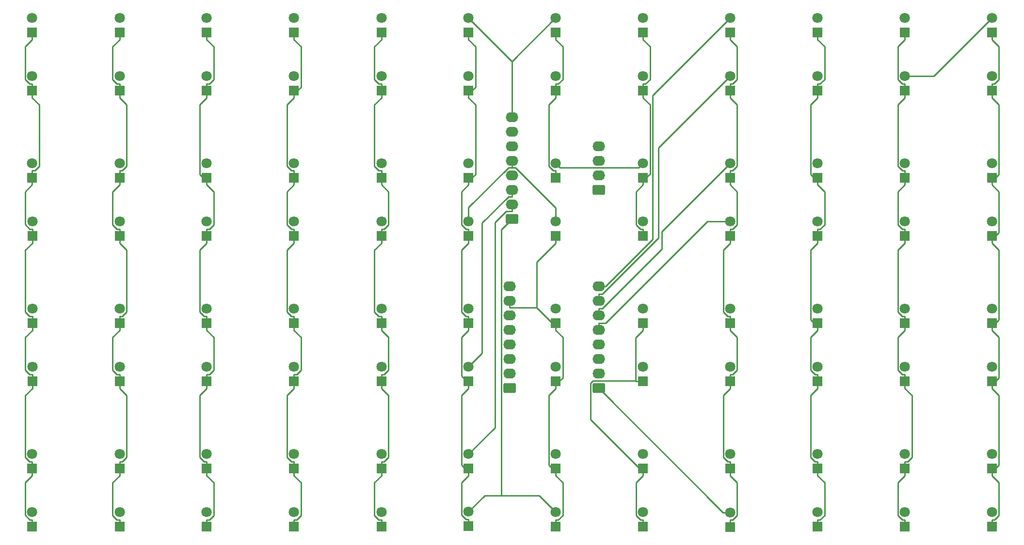
<source format=gbr>
%TF.GenerationSoftware,KiCad,Pcbnew,(6.0.7-1)-1*%
%TF.CreationDate,2023-11-06T04:03:54+10:00*%
%TF.ProjectId,Caution Panel,43617574-696f-46e2-9050-616e656c2e6b,rev?*%
%TF.SameCoordinates,Original*%
%TF.FileFunction,Copper,L2,Bot*%
%TF.FilePolarity,Positive*%
%FSLAX46Y46*%
G04 Gerber Fmt 4.6, Leading zero omitted, Abs format (unit mm)*
G04 Created by KiCad (PCBNEW (6.0.7-1)-1) date 2023-11-06 04:03:54*
%MOMM*%
%LPD*%
G01*
G04 APERTURE LIST*
G04 Aperture macros list*
%AMRoundRect*
0 Rectangle with rounded corners*
0 $1 Rounding radius*
0 $2 $3 $4 $5 $6 $7 $8 $9 X,Y pos of 4 corners*
0 Add a 4 corners polygon primitive as box body*
4,1,4,$2,$3,$4,$5,$6,$7,$8,$9,$2,$3,0*
0 Add four circle primitives for the rounded corners*
1,1,$1+$1,$2,$3*
1,1,$1+$1,$4,$5*
1,1,$1+$1,$6,$7*
1,1,$1+$1,$8,$9*
0 Add four rect primitives between the rounded corners*
20,1,$1+$1,$2,$3,$4,$5,0*
20,1,$1+$1,$4,$5,$6,$7,0*
20,1,$1+$1,$6,$7,$8,$9,0*
20,1,$1+$1,$8,$9,$2,$3,0*%
G04 Aperture macros list end*
%TA.AperFunction,ComponentPad*%
%ADD10R,1.800000X1.800000*%
%TD*%
%TA.AperFunction,ComponentPad*%
%ADD11C,1.800000*%
%TD*%
%TA.AperFunction,ComponentPad*%
%ADD12RoundRect,0.250000X0.845000X-0.620000X0.845000X0.620000X-0.845000X0.620000X-0.845000X-0.620000X0*%
%TD*%
%TA.AperFunction,ComponentPad*%
%ADD13O,2.190000X1.740000*%
%TD*%
%TA.AperFunction,Conductor*%
%ADD14C,0.250000*%
%TD*%
G04 APERTURE END LIST*
D10*
%TO.P,D92,1,K*%
%TO.N,/DIG_B3*%
X245000000Y-97893600D03*
D11*
%TO.P,D92,2,A*%
%TO.N,/SEG_D1*%
X245000000Y-95353600D03*
%TD*%
D10*
%TO.P,D77,1,K*%
%TO.N,/DIG_B1*%
X214524800Y-82650500D03*
D11*
%TO.P,D77,2,A*%
%TO.N,/SEG_E1*%
X214524800Y-80110500D03*
%TD*%
D10*
%TO.P,D39,1,K*%
%TO.N,/DIG_A4*%
X138367300Y-57259300D03*
D11*
%TO.P,D39,2,A*%
%TO.N,/SEG_G0*%
X138367300Y-54719300D03*
%TD*%
D10*
%TO.P,D62,1,K*%
%TO.N,/DIG_A7*%
X184044600Y-72475700D03*
D11*
%TO.P,D62,2,A*%
%TO.N,/SEG_F0*%
X184044600Y-69935700D03*
%TD*%
D10*
%TO.P,D63,1,K*%
%TO.N,/DIG_A7*%
X184044600Y-57259300D03*
D11*
%TO.P,D63,2,A*%
%TO.N,/SEG_G0*%
X184044600Y-54719300D03*
%TD*%
D10*
%TO.P,D96,1,K*%
%TO.N,/DIG_B3*%
X245000000Y-57259300D03*
D11*
%TO.P,D96,2,A*%
%TO.N,/SEG_DP1*%
X245000000Y-54719300D03*
%TD*%
D10*
%TO.P,D91,1,K*%
%TO.N,/DIG_B3*%
X245000000Y-108055000D03*
D11*
%TO.P,D91,2,A*%
%TO.N,/SEG_C1*%
X245000000Y-105515000D03*
%TD*%
D10*
%TO.P,D55,1,K*%
%TO.N,/DIG_A6*%
X168805900Y-57259300D03*
D11*
%TO.P,D55,2,A*%
%TO.N,/SEG_G0*%
X168805900Y-54719300D03*
%TD*%
D10*
%TO.P,D60,1,K*%
%TO.N,/DIG_A7*%
X184044600Y-97893600D03*
D11*
%TO.P,D60,2,A*%
%TO.N,/SEG_D0*%
X184044600Y-95353600D03*
%TD*%
D10*
%TO.P,D69,1,K*%
%TO.N,/DIG_B0*%
X199281400Y-82650500D03*
D11*
%TO.P,D69,2,A*%
%TO.N,/SEG_E1*%
X199281400Y-80110500D03*
%TD*%
D10*
%TO.P,D73,1,K*%
%TO.N,/DIG_B1*%
X214524800Y-133465000D03*
D11*
%TO.P,D73,2,A*%
%TO.N,/SEG_A1*%
X214524800Y-130925000D03*
%TD*%
D10*
%TO.P,D38,1,K*%
%TO.N,/DIG_A4*%
X138367300Y-72475700D03*
D11*
%TO.P,D38,2,A*%
%TO.N,/SEG_F0*%
X138367300Y-69935700D03*
%TD*%
D10*
%TO.P,D23,1,K*%
%TO.N,/DIG_A2*%
X107871400Y-57259300D03*
D11*
%TO.P,D23,2,A*%
%TO.N,/SEG_G0*%
X107871400Y-54719300D03*
%TD*%
D10*
%TO.P,D20,1,K*%
%TO.N,/DIG_A2*%
X107871400Y-97893600D03*
D11*
%TO.P,D20,2,A*%
%TO.N,/SEG_D0*%
X107871400Y-95353600D03*
%TD*%
D10*
%TO.P,D8,1,K*%
%TO.N,/DIG_A0*%
X77400300Y-47101300D03*
D11*
%TO.P,D8,2,A*%
%TO.N,/SEG_DP0*%
X77400300Y-44561300D03*
%TD*%
D10*
%TO.P,D15,1,K*%
%TO.N,/DIG_A1*%
X92647100Y-57259300D03*
D11*
%TO.P,D15,2,A*%
%TO.N,/SEG_G0*%
X92647100Y-54719300D03*
%TD*%
D10*
%TO.P,D6,1,K*%
%TO.N,/DIG_A0*%
X77390100Y-72475700D03*
D11*
%TO.P,D6,2,A*%
%TO.N,/SEG_F0*%
X77390100Y-69935700D03*
%TD*%
D10*
%TO.P,D34,1,K*%
%TO.N,/DIG_A4*%
X138367300Y-123289800D03*
D11*
%TO.P,D34,2,A*%
%TO.N,/SEG_B0*%
X138367300Y-120749800D03*
%TD*%
D10*
%TO.P,D59,1,K*%
%TO.N,/DIG_A7*%
X184044600Y-108055000D03*
D11*
%TO.P,D59,2,A*%
%TO.N,/SEG_C0*%
X184044600Y-105515000D03*
%TD*%
D10*
%TO.P,D17,1,K*%
%TO.N,/DIG_A2*%
X107871400Y-133479700D03*
D11*
%TO.P,D17,2,A*%
%TO.N,/SEG_A0*%
X107871400Y-130939700D03*
%TD*%
D10*
%TO.P,D3,1,K*%
%TO.N,/DIG_A0*%
X77413300Y-108055000D03*
D11*
%TO.P,D3,2,A*%
%TO.N,/SEG_C0*%
X77413300Y-105515000D03*
%TD*%
D10*
%TO.P,D11,1,K*%
%TO.N,/DIG_A1*%
X92647100Y-108055000D03*
D11*
%TO.P,D11,2,A*%
%TO.N,/SEG_C0*%
X92647100Y-105515000D03*
%TD*%
D10*
%TO.P,D2,1,K*%
%TO.N,/DIG_A0*%
X77391600Y-123289800D03*
D11*
%TO.P,D2,2,A*%
%TO.N,/SEG_B0*%
X77391600Y-120749800D03*
%TD*%
D10*
%TO.P,D47,1,K*%
%TO.N,/DIG_A5*%
X153596400Y-57259300D03*
D11*
%TO.P,D47,2,A*%
%TO.N,/SEG_G0*%
X153596400Y-54719300D03*
%TD*%
D10*
%TO.P,D58,1,K*%
%TO.N,/DIG_A7*%
X184044600Y-123289800D03*
D11*
%TO.P,D58,2,A*%
%TO.N,/SEG_B0*%
X184044600Y-120749800D03*
%TD*%
D10*
%TO.P,D89,1,K*%
%TO.N,/DIG_B3*%
X245000000Y-133462100D03*
D11*
%TO.P,D89,2,A*%
%TO.N,/SEG_A1*%
X245000000Y-130922100D03*
%TD*%
D10*
%TO.P,D32,1,K*%
%TO.N,/DIG_A3*%
X123100500Y-47101300D03*
D11*
%TO.P,D32,2,A*%
%TO.N,/SEG_DP0*%
X123100500Y-44561300D03*
%TD*%
D10*
%TO.P,D33,1,K*%
%TO.N,/DIG_A4*%
X138367300Y-133456200D03*
D11*
%TO.P,D33,2,A*%
%TO.N,/SEG_A0*%
X138367300Y-130916200D03*
%TD*%
D10*
%TO.P,D48,1,K*%
%TO.N,/DIG_A5*%
X153596400Y-47101300D03*
D11*
%TO.P,D48,2,A*%
%TO.N,/SEG_DP0*%
X153596400Y-44561300D03*
%TD*%
D10*
%TO.P,D46,1,K*%
%TO.N,/DIG_A5*%
X153596400Y-72475700D03*
D11*
%TO.P,D46,2,A*%
%TO.N,/SEG_F0*%
X153596400Y-69935700D03*
%TD*%
D10*
%TO.P,D82,1,K*%
%TO.N,/DIG_B2*%
X229779700Y-123289800D03*
D11*
%TO.P,D82,2,A*%
%TO.N,/SEG_B1*%
X229779700Y-120749800D03*
%TD*%
D10*
%TO.P,D95,1,K*%
%TO.N,/DIG_B3*%
X245000000Y-47101300D03*
D11*
%TO.P,D95,2,A*%
%TO.N,/SEG_G1*%
X245000000Y-44561300D03*
%TD*%
D10*
%TO.P,D13,1,K*%
%TO.N,/DIG_A1*%
X92647100Y-82650500D03*
D11*
%TO.P,D13,2,A*%
%TO.N,/SEG_E0*%
X92647100Y-80110500D03*
%TD*%
D10*
%TO.P,D19,1,K*%
%TO.N,/DIG_A2*%
X107871400Y-108055000D03*
D11*
%TO.P,D19,2,A*%
%TO.N,/SEG_C0*%
X107871400Y-105515000D03*
%TD*%
D10*
%TO.P,D67,1,K*%
%TO.N,/DIG_B0*%
X199281400Y-108055000D03*
D11*
%TO.P,D67,2,A*%
%TO.N,/SEG_C1*%
X199281400Y-105515000D03*
%TD*%
D10*
%TO.P,D78,1,K*%
%TO.N,/DIG_B1*%
X214524800Y-72475700D03*
D11*
%TO.P,D78,2,A*%
%TO.N,/SEG_F1*%
X214524800Y-69935700D03*
%TD*%
D10*
%TO.P,D44,1,K*%
%TO.N,/DIG_A5*%
X153596400Y-97893600D03*
D11*
%TO.P,D44,2,A*%
%TO.N,/SEG_D0*%
X153596400Y-95353600D03*
%TD*%
D10*
%TO.P,D94,1,K*%
%TO.N,/DIG_B3*%
X245000000Y-72475700D03*
D11*
%TO.P,D94,2,A*%
%TO.N,/SEG_F1*%
X245000000Y-69935700D03*
%TD*%
D10*
%TO.P,D80,1,K*%
%TO.N,/DIG_B1*%
X214524800Y-47101300D03*
D11*
%TO.P,D80,2,A*%
%TO.N,/SEG_DP1*%
X214524800Y-44561300D03*
%TD*%
D10*
%TO.P,D86,1,K*%
%TO.N,/DIG_B2*%
X229779700Y-72475700D03*
D11*
%TO.P,D86,2,A*%
%TO.N,/SEG_F1*%
X229779700Y-69935700D03*
%TD*%
D10*
%TO.P,D12,1,K*%
%TO.N,/DIG_A1*%
X92647100Y-97893600D03*
D11*
%TO.P,D12,2,A*%
%TO.N,/SEG_D0*%
X92647100Y-95353600D03*
%TD*%
D10*
%TO.P,D37,1,K*%
%TO.N,/DIG_A4*%
X138367300Y-82650500D03*
D11*
%TO.P,D37,2,A*%
%TO.N,/SEG_E0*%
X138367300Y-80110500D03*
%TD*%
D10*
%TO.P,D75,1,K*%
%TO.N,/DIG_B1*%
X214524800Y-108055000D03*
D11*
%TO.P,D75,2,A*%
%TO.N,/SEG_C1*%
X214524800Y-105515000D03*
%TD*%
D10*
%TO.P,D21,1,K*%
%TO.N,/DIG_A2*%
X107871400Y-82650500D03*
D11*
%TO.P,D21,2,A*%
%TO.N,/SEG_E0*%
X107871400Y-80110500D03*
%TD*%
D10*
%TO.P,D93,1,K*%
%TO.N,/DIG_B3*%
X245000000Y-82650500D03*
D11*
%TO.P,D93,2,A*%
%TO.N,/SEG_E1*%
X245000000Y-80110500D03*
%TD*%
D10*
%TO.P,D18,1,K*%
%TO.N,/DIG_A2*%
X107871400Y-123289800D03*
D11*
%TO.P,D18,2,A*%
%TO.N,/SEG_B0*%
X107871400Y-120749800D03*
%TD*%
D10*
%TO.P,D45,1,K*%
%TO.N,/DIG_A5*%
X153596400Y-82650500D03*
D11*
%TO.P,D45,2,A*%
%TO.N,/SEG_E0*%
X153596400Y-80110500D03*
%TD*%
D10*
%TO.P,D42,1,K*%
%TO.N,/DIG_A5*%
X153596400Y-123289800D03*
D11*
%TO.P,D42,2,A*%
%TO.N,/SEG_B0*%
X153596400Y-120749800D03*
%TD*%
D10*
%TO.P,D57,1,K*%
%TO.N,/DIG_A7*%
X184044600Y-133459400D03*
D11*
%TO.P,D57,2,A*%
%TO.N,/SEG_A0*%
X184044600Y-130919400D03*
%TD*%
D10*
%TO.P,D22,1,K*%
%TO.N,/DIG_A2*%
X107871400Y-72475700D03*
D11*
%TO.P,D22,2,A*%
%TO.N,/SEG_F0*%
X107871400Y-69935700D03*
%TD*%
D10*
%TO.P,D43,1,K*%
%TO.N,/DIG_A5*%
X153596400Y-108055000D03*
D11*
%TO.P,D43,2,A*%
%TO.N,/SEG_C0*%
X153596400Y-105515000D03*
%TD*%
D10*
%TO.P,D27,1,K*%
%TO.N,/DIG_A3*%
X123100500Y-108055000D03*
D11*
%TO.P,D27,2,A*%
%TO.N,/SEG_C0*%
X123100500Y-105515000D03*
%TD*%
D10*
%TO.P,D83,1,K*%
%TO.N,/DIG_B2*%
X229779700Y-108055000D03*
D11*
%TO.P,D83,2,A*%
%TO.N,/SEG_C1*%
X229779700Y-105515000D03*
%TD*%
D10*
%TO.P,D28,1,K*%
%TO.N,/DIG_A3*%
X123100500Y-97893600D03*
D11*
%TO.P,D28,2,A*%
%TO.N,/SEG_D0*%
X123100500Y-95353600D03*
%TD*%
D10*
%TO.P,D10,1,K*%
%TO.N,/DIG_A1*%
X92647100Y-123289800D03*
D11*
%TO.P,D10,2,A*%
%TO.N,/SEG_B0*%
X92647100Y-120749800D03*
%TD*%
D10*
%TO.P,D5,1,K*%
%TO.N,/DIG_A0*%
X77409700Y-82650500D03*
D11*
%TO.P,D5,2,A*%
%TO.N,/SEG_E0*%
X77409700Y-80110500D03*
%TD*%
D10*
%TO.P,D79,1,K*%
%TO.N,/DIG_B1*%
X214524800Y-57259300D03*
D11*
%TO.P,D79,2,A*%
%TO.N,/SEG_G1*%
X214524800Y-54719300D03*
%TD*%
D10*
%TO.P,D56,1,K*%
%TO.N,/DIG_A6*%
X168805900Y-47101300D03*
D11*
%TO.P,D56,2,A*%
%TO.N,/SEG_DP0*%
X168805900Y-44561300D03*
%TD*%
D10*
%TO.P,D40,1,K*%
%TO.N,/DIG_A4*%
X138367300Y-47101300D03*
D11*
%TO.P,D40,2,A*%
%TO.N,/SEG_DP0*%
X138367300Y-44561300D03*
%TD*%
D10*
%TO.P,D36,1,K*%
%TO.N,/DIG_A4*%
X138367300Y-97893600D03*
D11*
%TO.P,D36,2,A*%
%TO.N,/SEG_D0*%
X138367300Y-95353600D03*
%TD*%
D10*
%TO.P,D25,1,K*%
%TO.N,/DIG_A3*%
X123100500Y-133466700D03*
D11*
%TO.P,D25,2,A*%
%TO.N,/SEG_A0*%
X123100500Y-130926700D03*
%TD*%
D10*
%TO.P,D87,1,K*%
%TO.N,/DIG_B2*%
X229779700Y-57259300D03*
D11*
%TO.P,D87,2,A*%
%TO.N,/SEG_G1*%
X229779700Y-54719300D03*
%TD*%
D10*
%TO.P,D53,1,K*%
%TO.N,/DIG_A6*%
X168805900Y-82650500D03*
D11*
%TO.P,D53,2,A*%
%TO.N,/SEG_E0*%
X168805900Y-80110500D03*
%TD*%
D10*
%TO.P,D49,1,K*%
%TO.N,/DIG_A6*%
X168805900Y-133450900D03*
D11*
%TO.P,D49,2,A*%
%TO.N,/SEG_A0*%
X168805900Y-130910900D03*
%TD*%
D10*
%TO.P,D14,1,K*%
%TO.N,/DIG_A1*%
X92647100Y-72475700D03*
D11*
%TO.P,D14,2,A*%
%TO.N,/SEG_F0*%
X92647100Y-69935700D03*
%TD*%
D10*
%TO.P,D9,1,K*%
%TO.N,/DIG_A1*%
X92647100Y-133482200D03*
D11*
%TO.P,D9,2,A*%
%TO.N,/SEG_A0*%
X92647100Y-130942200D03*
%TD*%
D10*
%TO.P,D52,1,K*%
%TO.N,/DIG_A6*%
X168805900Y-97893600D03*
D11*
%TO.P,D52,2,A*%
%TO.N,/SEG_D0*%
X168805900Y-95353600D03*
%TD*%
D10*
%TO.P,D4,1,K*%
%TO.N,/DIG_A0*%
X77406300Y-97893600D03*
D11*
%TO.P,D4,2,A*%
%TO.N,/SEG_D0*%
X77406300Y-95353600D03*
%TD*%
D10*
%TO.P,D66,1,K*%
%TO.N,/DIG_B0*%
X199281400Y-123289800D03*
D11*
%TO.P,D66,2,A*%
%TO.N,/SEG_B1*%
X199281400Y-120749800D03*
%TD*%
D10*
%TO.P,D85,1,K*%
%TO.N,/DIG_B2*%
X229779700Y-82650500D03*
D11*
%TO.P,D85,2,A*%
%TO.N,/SEG_E1*%
X229779700Y-80110500D03*
%TD*%
D10*
%TO.P,D26,1,K*%
%TO.N,/DIG_A3*%
X123100500Y-123289800D03*
D11*
%TO.P,D26,2,A*%
%TO.N,/SEG_B0*%
X123100500Y-120749800D03*
%TD*%
D10*
%TO.P,D81,1,K*%
%TO.N,/DIG_B2*%
X229779700Y-133470000D03*
D11*
%TO.P,D81,2,A*%
%TO.N,/SEG_A1*%
X229779700Y-130930000D03*
%TD*%
D10*
%TO.P,D30,1,K*%
%TO.N,/DIG_A3*%
X123100500Y-72475700D03*
D11*
%TO.P,D30,2,A*%
%TO.N,/SEG_F0*%
X123100500Y-69935700D03*
%TD*%
D10*
%TO.P,D7,1,K*%
%TO.N,/DIG_A0*%
X77394900Y-57259300D03*
D11*
%TO.P,D7,2,A*%
%TO.N,/SEG_G0*%
X77394900Y-54719300D03*
%TD*%
D10*
%TO.P,D16,1,K*%
%TO.N,/DIG_A1*%
X92647100Y-47101300D03*
D11*
%TO.P,D16,2,A*%
%TO.N,/SEG_DP0*%
X92647100Y-44561300D03*
%TD*%
D10*
%TO.P,D29,1,K*%
%TO.N,/DIG_A3*%
X123100500Y-82650500D03*
D11*
%TO.P,D29,2,A*%
%TO.N,/SEG_E0*%
X123100500Y-80110500D03*
%TD*%
D10*
%TO.P,D84,1,K*%
%TO.N,/DIG_B2*%
X229779700Y-97893600D03*
D11*
%TO.P,D84,2,A*%
%TO.N,/SEG_D1*%
X229779700Y-95353600D03*
%TD*%
D10*
%TO.P,D64,1,K*%
%TO.N,/DIG_A7*%
X184044600Y-47101300D03*
D11*
%TO.P,D64,2,A*%
%TO.N,/SEG_DP0*%
X184044600Y-44561300D03*
%TD*%
D10*
%TO.P,D70,1,K*%
%TO.N,/DIG_B0*%
X199281400Y-72475700D03*
D11*
%TO.P,D70,2,A*%
%TO.N,/SEG_F1*%
X199281400Y-69935700D03*
%TD*%
D10*
%TO.P,D54,1,K*%
%TO.N,/DIG_A6*%
X168805900Y-72475700D03*
D11*
%TO.P,D54,2,A*%
%TO.N,/SEG_F0*%
X168805900Y-69935700D03*
%TD*%
D10*
%TO.P,D72,1,K*%
%TO.N,/DIG_B0*%
X199281400Y-47101300D03*
D11*
%TO.P,D72,2,A*%
%TO.N,/SEG_DP1*%
X199281400Y-44561300D03*
%TD*%
D10*
%TO.P,D50,1,K*%
%TO.N,/DIG_A6*%
X168805900Y-123289800D03*
D11*
%TO.P,D50,2,A*%
%TO.N,/SEG_B0*%
X168805900Y-120749800D03*
%TD*%
D10*
%TO.P,D90,1,K*%
%TO.N,/DIG_B3*%
X245000000Y-123289800D03*
D11*
%TO.P,D90,2,A*%
%TO.N,/SEG_B1*%
X245000000Y-120749800D03*
%TD*%
D10*
%TO.P,D41,1,K*%
%TO.N,/DIG_A5*%
X153596400Y-133392400D03*
D11*
%TO.P,D41,2,A*%
%TO.N,/SEG_A0*%
X153596400Y-130852400D03*
%TD*%
D10*
%TO.P,D71,1,K*%
%TO.N,/DIG_B0*%
X199281400Y-57259300D03*
D11*
%TO.P,D71,2,A*%
%TO.N,/SEG_G1*%
X199281400Y-54719300D03*
%TD*%
D10*
%TO.P,D1,1,K*%
%TO.N,/DIG_A0*%
X77397300Y-133446800D03*
D11*
%TO.P,D1,2,A*%
%TO.N,/SEG_A0*%
X77397300Y-130906800D03*
%TD*%
D10*
%TO.P,D76,1,K*%
%TO.N,/DIG_B1*%
X214524800Y-97893600D03*
D11*
%TO.P,D76,2,A*%
%TO.N,/SEG_D1*%
X214524800Y-95353600D03*
%TD*%
D10*
%TO.P,D61,1,K*%
%TO.N,/DIG_A7*%
X184044600Y-82650500D03*
D11*
%TO.P,D61,2,A*%
%TO.N,/SEG_E0*%
X184044600Y-80110500D03*
%TD*%
D10*
%TO.P,D24,1,K*%
%TO.N,/DIG_A2*%
X107871400Y-47101300D03*
D11*
%TO.P,D24,2,A*%
%TO.N,/SEG_DP0*%
X107871400Y-44561300D03*
%TD*%
D10*
%TO.P,D74,1,K*%
%TO.N,/DIG_B1*%
X214524800Y-123289800D03*
D11*
%TO.P,D74,2,A*%
%TO.N,/SEG_B1*%
X214524800Y-120749800D03*
%TD*%
D10*
%TO.P,D88,1,K*%
%TO.N,/DIG_B2*%
X229779700Y-47101300D03*
D11*
%TO.P,D88,2,A*%
%TO.N,/SEG_DP1*%
X229779700Y-44561300D03*
%TD*%
D10*
%TO.P,D68,1,K*%
%TO.N,/DIG_B0*%
X199281400Y-97893600D03*
D11*
%TO.P,D68,2,A*%
%TO.N,/SEG_D1*%
X199281400Y-95353600D03*
%TD*%
D10*
%TO.P,D31,1,K*%
%TO.N,/DIG_A3*%
X123100500Y-57259300D03*
D11*
%TO.P,D31,2,A*%
%TO.N,/SEG_G0*%
X123100500Y-54719300D03*
%TD*%
D10*
%TO.P,D51,1,K*%
%TO.N,/DIG_A6*%
X168805900Y-108055000D03*
D11*
%TO.P,D51,2,A*%
%TO.N,/SEG_C0*%
X168805900Y-105515000D03*
%TD*%
D10*
%TO.P,D35,1,K*%
%TO.N,/DIG_A4*%
X138367300Y-108055000D03*
D11*
%TO.P,D35,2,A*%
%TO.N,/SEG_C0*%
X138367300Y-105515000D03*
%TD*%
D10*
%TO.P,D65,1,K*%
%TO.N,/DIG_B0*%
X199281400Y-133491000D03*
D11*
%TO.P,D65,2,A*%
%TO.N,/SEG_A1*%
X199281400Y-130951000D03*
%TD*%
D12*
%TO.P,J2,1,Pin_1*%
%TO.N,/DIG_A0*%
X160774300Y-109247600D03*
D13*
%TO.P,J2,2,Pin_2*%
%TO.N,/DIG_A1*%
X160774300Y-106707600D03*
%TO.P,J2,3,Pin_3*%
%TO.N,/DIG_A2*%
X160774300Y-104167600D03*
%TO.P,J2,4,Pin_4*%
%TO.N,/DIG_A3*%
X160774300Y-101627600D03*
%TO.P,J2,5,Pin_5*%
%TO.N,/DIG_A4*%
X160774300Y-99087600D03*
%TO.P,J2,6,Pin_6*%
%TO.N,/DIG_A5*%
X160774300Y-96547600D03*
%TO.P,J2,7,Pin_7*%
%TO.N,/DIG_A6*%
X160774300Y-94007600D03*
%TO.P,J2,8,Pin_8*%
%TO.N,/DIG_A7*%
X160774300Y-91467600D03*
%TD*%
D12*
%TO.P,J1,1,Pin_1*%
%TO.N,/SEG_A0*%
X161162500Y-79652600D03*
D13*
%TO.P,J1,2,Pin_2*%
%TO.N,/SEG_B0*%
X161162500Y-77112600D03*
%TO.P,J1,3,Pin_3*%
%TO.N,/SEG_C0*%
X161162500Y-74572600D03*
%TO.P,J1,4,Pin_4*%
%TO.N,/SEG_D0*%
X161162500Y-72032600D03*
%TO.P,J1,5,Pin_5*%
%TO.N,/SEG_E0*%
X161162500Y-69492600D03*
%TO.P,J1,6,Pin_6*%
%TO.N,/SEG_F0*%
X161162500Y-66952600D03*
%TO.P,J1,7,Pin_7*%
%TO.N,/SEG_G0*%
X161162500Y-64412600D03*
%TO.P,J1,8,Pin_8*%
%TO.N,/SEG_DP0*%
X161162500Y-61872600D03*
%TD*%
D12*
%TO.P,J3,1,Pin_1*%
%TO.N,/SEG_A1*%
X176331800Y-109247600D03*
D13*
%TO.P,J3,2,Pin_2*%
%TO.N,/SEG_B1*%
X176331800Y-106707600D03*
%TO.P,J3,3,Pin_3*%
%TO.N,/SEG_C1*%
X176331800Y-104167600D03*
%TO.P,J3,4,Pin_4*%
%TO.N,/SEG_D1*%
X176331800Y-101627600D03*
%TO.P,J3,5,Pin_5*%
%TO.N,/SEG_E1*%
X176331800Y-99087600D03*
%TO.P,J3,6,Pin_6*%
%TO.N,/SEG_F1*%
X176331800Y-96547600D03*
%TO.P,J3,7,Pin_7*%
%TO.N,/SEG_G1*%
X176331800Y-94007600D03*
%TO.P,J3,8,Pin_8*%
%TO.N,/SEG_DP1*%
X176331800Y-91467600D03*
%TD*%
D12*
%TO.P,J4,1,Pin_1*%
%TO.N,/DIG_B0*%
X176351800Y-74572600D03*
D13*
%TO.P,J4,2,Pin_2*%
%TO.N,/DIG_B1*%
X176351800Y-72032600D03*
%TO.P,J4,3,Pin_3*%
%TO.N,/DIG_B2*%
X176351800Y-69492600D03*
%TO.P,J4,4,Pin_4*%
%TO.N,/DIG_B3*%
X176351800Y-66952600D03*
%TD*%
D14*
%TO.N,/DIG_A0*%
X77413300Y-109280300D02*
X76166300Y-110527300D01*
X77390100Y-71250400D02*
X77849600Y-71250400D01*
X77406300Y-96668300D02*
X76946800Y-96668300D01*
X76164800Y-80639800D02*
X76164800Y-74926300D01*
X77394900Y-57259300D02*
X77394900Y-56034000D01*
X77391600Y-123289800D02*
X77391600Y-122064500D01*
X77413300Y-108055000D02*
X77413300Y-109280300D01*
X77397300Y-132221500D02*
X76937800Y-132221500D01*
X76946800Y-96668300D02*
X76176500Y-95898000D01*
X76176500Y-85109000D02*
X77409700Y-83875800D01*
X77413300Y-106829700D02*
X76953800Y-106829700D01*
X77390100Y-73088300D02*
X77390100Y-73701000D01*
X76157800Y-55256400D02*
X76157800Y-49569100D01*
X77394900Y-56034000D02*
X76935400Y-56034000D01*
X77400300Y-47101300D02*
X77400300Y-48326600D01*
X76181000Y-100344200D02*
X77406300Y-99118900D01*
X76181000Y-106056900D02*
X76181000Y-100344200D01*
X76937800Y-132221500D02*
X76166300Y-131450000D01*
X77409700Y-81425200D02*
X76950200Y-81425200D01*
X77409700Y-82650500D02*
X77409700Y-81425200D01*
X77391600Y-123289800D02*
X77391600Y-124515100D01*
X77397300Y-133446800D02*
X77397300Y-132221500D01*
X77390100Y-73088300D02*
X77390100Y-72475700D01*
X78620200Y-59709900D02*
X77394900Y-58484600D01*
X76176500Y-95898000D02*
X76176500Y-85109000D01*
X76157800Y-49569100D02*
X77400300Y-48326600D01*
X77413300Y-107492100D02*
X77413300Y-106829700D01*
X78620200Y-70479800D02*
X78620200Y-59709900D01*
X76953800Y-106829700D02*
X76181000Y-106056900D01*
X77394900Y-57259300D02*
X77394900Y-58484600D01*
X77406300Y-97893600D02*
X77406300Y-99118900D01*
X76935400Y-56034000D02*
X76157800Y-55256400D01*
X76166300Y-110527300D02*
X76166300Y-121298800D01*
X76166300Y-125740400D02*
X77391600Y-124515100D01*
X77409700Y-82650500D02*
X77409700Y-83875800D01*
X76166300Y-121298800D02*
X76932000Y-122064500D01*
X77849600Y-71250400D02*
X78620200Y-70479800D01*
X77390100Y-72475700D02*
X77390100Y-71250400D01*
X76166300Y-131450000D02*
X76166300Y-125740400D01*
X77413300Y-107492100D02*
X77413300Y-108055000D01*
X77406300Y-97893600D02*
X77406300Y-96668300D01*
X76164800Y-74926300D02*
X77390100Y-73701000D01*
X76950200Y-81425200D02*
X76164800Y-80639800D01*
X76932000Y-122064500D02*
X77391600Y-122064500D01*
%TO.N,/SEG_A0*%
X165882100Y-127987100D02*
X168805900Y-130910900D01*
X153596400Y-130852400D02*
X156461700Y-127987100D01*
X156461700Y-127987100D02*
X159295000Y-127987100D01*
X159295000Y-127987100D02*
X159295000Y-81520100D01*
X159295000Y-81520100D02*
X161162500Y-79652600D01*
X159295000Y-127987100D02*
X165882100Y-127987100D01*
%TO.N,/DIG_A2*%
X107871400Y-81425200D02*
X108330900Y-81425200D01*
X107871400Y-97893600D02*
X107871400Y-96668300D01*
X107871400Y-108055000D02*
X107871400Y-106829700D01*
X106646100Y-95902500D02*
X106646100Y-85101100D01*
X107871400Y-123289800D02*
X107871400Y-122064500D01*
X108330900Y-56034000D02*
X109096700Y-55268200D01*
X106646100Y-71863000D02*
X106646100Y-59709900D01*
X107871400Y-47101300D02*
X107871400Y-48326600D01*
X107871400Y-123289800D02*
X107871400Y-124515100D01*
X107871400Y-132254400D02*
X108330900Y-132254400D01*
X108331000Y-106829700D02*
X109096700Y-106064000D01*
X107871400Y-108667600D02*
X107871400Y-108055000D01*
X107871400Y-98506200D02*
X107871400Y-99118900D01*
X109096700Y-100344200D02*
X107871400Y-99118900D01*
X107871400Y-82650500D02*
X107871400Y-81425200D01*
X106646100Y-110505600D02*
X107871400Y-109280300D01*
X106646100Y-59709900D02*
X107871400Y-58484600D01*
X107871400Y-73088300D02*
X106646100Y-71863000D01*
X107871400Y-57259300D02*
X107871400Y-58484600D01*
X109096700Y-55268200D02*
X109096700Y-49551900D01*
X107871400Y-133479700D02*
X107871400Y-132254400D01*
X107871400Y-108667600D02*
X107871400Y-109280300D01*
X107871400Y-73088300D02*
X107871400Y-73701000D01*
X107871400Y-106829700D02*
X108331000Y-106829700D01*
X107871400Y-56034000D02*
X108330900Y-56034000D01*
X106646100Y-85101100D02*
X107871400Y-83875800D01*
X106646100Y-121298700D02*
X106646100Y-110505600D01*
X107871400Y-96668300D02*
X107411900Y-96668300D01*
X109096700Y-49551900D02*
X107871400Y-48326600D01*
X109096700Y-80659400D02*
X109096700Y-74926300D01*
X107871400Y-98506200D02*
X107871400Y-97893600D01*
X109096700Y-125740400D02*
X107871400Y-124515100D01*
X109096700Y-74926300D02*
X107871400Y-73701000D01*
X108330900Y-132254400D02*
X109096700Y-131488600D01*
X107411900Y-96668300D02*
X106646100Y-95902500D01*
X107871400Y-82650500D02*
X107871400Y-83875800D01*
X109096700Y-131488600D02*
X109096700Y-125740400D01*
X107871400Y-122064500D02*
X107411900Y-122064500D01*
X107871400Y-72475700D02*
X107871400Y-73088300D01*
X109096700Y-106064000D02*
X109096700Y-100344200D01*
X107871400Y-57259300D02*
X107871400Y-56034000D01*
X108330900Y-81425200D02*
X109096700Y-80659400D01*
X107411900Y-122064500D02*
X106646100Y-121298700D01*
%TO.N,/DIG_A1*%
X92647100Y-56696400D02*
X92647100Y-57259300D01*
X93106700Y-71250400D02*
X92647100Y-71250400D01*
X92647100Y-123289800D02*
X92647100Y-124515100D01*
X91421800Y-125740400D02*
X91421800Y-131491200D01*
X92647100Y-72475700D02*
X92647100Y-71250400D01*
X92647100Y-106829700D02*
X92187600Y-106829700D01*
X91421800Y-131491200D02*
X92187500Y-132256900D01*
X92647100Y-107492200D02*
X92647100Y-106829700D01*
X91421800Y-55268200D02*
X91421800Y-49551900D01*
X92187600Y-56034000D02*
X91421800Y-55268200D01*
X92647100Y-107492200D02*
X92647100Y-108055000D01*
X92647100Y-72475700D02*
X92647100Y-73701000D01*
X91421800Y-106063900D02*
X91421800Y-100344200D01*
X91421800Y-74926300D02*
X91421800Y-80659500D01*
X92647100Y-109280300D02*
X93872400Y-110505600D01*
X92187500Y-81425200D02*
X92647100Y-81425200D01*
X92187500Y-132256900D02*
X92647100Y-132256900D01*
X92647100Y-58484600D02*
X93872400Y-59709900D01*
X93872400Y-95902500D02*
X93872400Y-85101100D01*
X92647100Y-123289800D02*
X92647100Y-122064500D01*
X91421800Y-49551900D02*
X92647100Y-48326600D01*
X92187600Y-106829700D02*
X91421800Y-106063900D01*
X92647100Y-82650500D02*
X92647100Y-83875800D01*
X92647100Y-98506200D02*
X92647100Y-97893600D01*
X91421800Y-100344200D02*
X92647100Y-99118900D01*
X92647100Y-56034000D02*
X92187600Y-56034000D01*
X92647100Y-96668300D02*
X93106600Y-96668300D01*
X93106600Y-96668300D02*
X93872400Y-95902500D01*
X92647100Y-124515100D02*
X91421800Y-125740400D01*
X93872400Y-110505600D02*
X93872400Y-121298800D01*
X93872400Y-121298800D02*
X93106700Y-122064500D01*
X92647100Y-57259300D02*
X92647100Y-58484600D01*
X92647100Y-108055000D02*
X92647100Y-109280300D01*
X93106700Y-122064500D02*
X92647100Y-122064500D01*
X92647100Y-98506200D02*
X92647100Y-99118900D01*
X92647100Y-73701000D02*
X91421800Y-74926300D01*
X92647100Y-97893600D02*
X92647100Y-96668300D01*
X91421800Y-80659500D02*
X92187500Y-81425200D01*
X92647100Y-133482200D02*
X92647100Y-132256900D01*
X93872400Y-70484700D02*
X93106700Y-71250400D01*
X92647100Y-82650500D02*
X92647100Y-81425200D01*
X92647100Y-47101300D02*
X92647100Y-48326600D01*
X92647100Y-56696400D02*
X92647100Y-56034000D01*
X93872400Y-59709900D02*
X93872400Y-70484700D01*
X93872400Y-85101100D02*
X92647100Y-83875800D01*
%TO.N,/DIG_A3*%
X121875200Y-110505600D02*
X123100500Y-109280300D01*
X123100500Y-132241400D02*
X123560000Y-132241400D01*
X123100500Y-82650500D02*
X123100500Y-81425200D01*
X123100500Y-57259300D02*
X123100500Y-57871900D01*
X123100500Y-123289800D02*
X123100500Y-122064500D01*
X122641000Y-71250400D02*
X121875200Y-70484600D01*
X123100500Y-96668300D02*
X122640900Y-96668300D01*
X123100500Y-81425200D02*
X122641000Y-81425200D01*
X121875200Y-74926300D02*
X123100500Y-73701000D01*
X123100500Y-106829700D02*
X123560100Y-106829700D01*
X124325800Y-131475600D02*
X124325800Y-125740400D01*
X121875200Y-80659400D02*
X121875200Y-74926300D01*
X123560100Y-106829700D02*
X124325800Y-106064000D01*
X123100500Y-97893600D02*
X123100500Y-96668300D01*
X121875200Y-70484600D02*
X121875200Y-59709900D01*
X123100500Y-72475700D02*
X123100500Y-71250400D01*
X123560000Y-132241400D02*
X124325800Y-131475600D01*
X123100500Y-123902400D02*
X123100500Y-124515100D01*
X123100500Y-133466700D02*
X123100500Y-132241400D01*
X123100500Y-83263100D02*
X123100500Y-83875800D01*
X124325800Y-56646600D02*
X124325800Y-49551900D01*
X121875200Y-95902600D02*
X121875200Y-85101100D01*
X124325800Y-100344200D02*
X123100500Y-99118900D01*
X123100500Y-72475700D02*
X123100500Y-73701000D01*
X123100500Y-123902400D02*
X123100500Y-123289800D01*
X123100500Y-98506200D02*
X123100500Y-99118900D01*
X122640900Y-96668300D02*
X121875200Y-95902600D01*
X124325800Y-106064000D02*
X124325800Y-100344200D01*
X121875200Y-121298700D02*
X121875200Y-110505600D01*
X122641000Y-122064500D02*
X121875200Y-121298700D01*
X123100500Y-108055000D02*
X123100500Y-109280300D01*
X122641000Y-81425200D02*
X121875200Y-80659400D01*
X121875200Y-85101100D02*
X123100500Y-83875800D01*
X123100500Y-108055000D02*
X123100500Y-106829700D01*
X124325800Y-49551900D02*
X123100500Y-48326600D01*
X121875200Y-59709900D02*
X123100500Y-58484600D01*
X123100500Y-57871900D02*
X123100500Y-58484600D01*
X123100500Y-57871900D02*
X124325800Y-56646600D01*
X123100500Y-98506200D02*
X123100500Y-97893600D01*
X123100500Y-83263100D02*
X123100500Y-82650500D01*
X123100500Y-47101300D02*
X123100500Y-48326600D01*
X123100500Y-71250400D02*
X122641000Y-71250400D01*
X123100500Y-122064500D02*
X122641000Y-122064500D01*
X124325800Y-125740400D02*
X123100500Y-124515100D01*
%TO.N,/DIG_A4*%
X138367300Y-71250400D02*
X137907800Y-71250400D01*
X138367300Y-106829700D02*
X138826900Y-106829700D01*
X139592600Y-74926300D02*
X138367300Y-73701000D01*
X139592600Y-100344200D02*
X138367300Y-99118900D01*
X139592600Y-121298700D02*
X139592600Y-110505600D01*
X138367300Y-72475700D02*
X138367300Y-71250400D01*
X138367300Y-82650500D02*
X138367300Y-81425200D01*
X138367300Y-97893600D02*
X138367300Y-96668300D01*
X138367300Y-81425200D02*
X138826900Y-81425200D01*
X137907800Y-96668300D02*
X137142000Y-95902500D01*
X138367300Y-83263100D02*
X138367300Y-83875800D01*
X138367300Y-122064500D02*
X138826800Y-122064500D01*
X137142000Y-125740400D02*
X138367300Y-124515100D01*
X138367300Y-47101300D02*
X138367300Y-48326600D01*
X137142000Y-95902500D02*
X137142000Y-85101100D01*
X138826900Y-81425200D02*
X139592600Y-80659500D01*
X137907800Y-56034000D02*
X137142000Y-55268200D01*
X137907800Y-132230900D02*
X137142000Y-131465100D01*
X138826800Y-122064500D02*
X139592600Y-121298700D01*
X138367300Y-97893600D02*
X138367300Y-99118900D01*
X138367300Y-83263100D02*
X138367300Y-82650500D01*
X138367300Y-57259300D02*
X138367300Y-58484600D01*
X137142000Y-85101100D02*
X138367300Y-83875800D01*
X138367300Y-56034000D02*
X137907800Y-56034000D01*
X137142000Y-70484600D02*
X137142000Y-59709900D01*
X137142000Y-131465100D02*
X137142000Y-125740400D01*
X139592600Y-106064000D02*
X139592600Y-100344200D01*
X138367300Y-123289800D02*
X138367300Y-124515100D01*
X139592600Y-80659500D02*
X139592600Y-74926300D01*
X138367300Y-108055000D02*
X138367300Y-106829700D01*
X137142000Y-59709900D02*
X138367300Y-58484600D01*
X138367300Y-132230900D02*
X137907800Y-132230900D01*
X138367300Y-133456200D02*
X138367300Y-132230900D01*
X139592600Y-110505600D02*
X138367300Y-109280300D01*
X138367300Y-123289800D02*
X138367300Y-122064500D01*
X138367300Y-96668300D02*
X137907800Y-96668300D01*
X138367300Y-72475700D02*
X138367300Y-73701000D01*
X137907800Y-71250400D02*
X137142000Y-70484600D01*
X137142000Y-55268200D02*
X137142000Y-49551900D01*
X137142000Y-49551900D02*
X138367300Y-48326600D01*
X138367300Y-108667600D02*
X138367300Y-109280300D01*
X138367300Y-108667600D02*
X138367300Y-108055000D01*
X138826900Y-106829700D02*
X139592600Y-106064000D01*
X138367300Y-57259300D02*
X138367300Y-56034000D01*
%TO.N,/DIG_A6*%
X168805900Y-48326600D02*
X170031200Y-49551900D01*
X168346400Y-71250400D02*
X167580600Y-70484600D01*
X170031200Y-107442300D02*
X170031200Y-100344200D01*
X167580600Y-110505600D02*
X168805900Y-109280300D01*
X168805900Y-123902400D02*
X168805900Y-124515100D01*
X168805900Y-47101300D02*
X168805900Y-48326600D01*
X168805900Y-108667600D02*
X168805900Y-109280300D01*
X165502600Y-95202900D02*
X160774300Y-95202900D01*
X168805900Y-98506200D02*
X168805900Y-99118900D01*
X167580600Y-122677100D02*
X167580600Y-110505600D01*
X168805900Y-98506200D02*
X165502600Y-95202900D01*
X168805900Y-108055000D02*
X168805900Y-108667600D01*
X169265500Y-56034000D02*
X168805900Y-56034000D01*
X170031200Y-100344200D02*
X168805900Y-99118900D01*
X168805900Y-123902400D02*
X167580600Y-122677100D01*
X168805900Y-108667600D02*
X170031200Y-107442300D01*
X168805900Y-72475700D02*
X168805900Y-71250400D01*
X168805900Y-123289800D02*
X168805900Y-123902400D01*
X168805900Y-71250400D02*
X168346400Y-71250400D01*
X168805900Y-57259300D02*
X168805900Y-56034000D01*
X168805900Y-132225600D02*
X169265400Y-132225600D01*
X165502600Y-95202900D02*
X165502600Y-87179100D01*
X167580600Y-59709900D02*
X168805900Y-58484600D01*
X170031200Y-49551900D02*
X170031200Y-55268300D01*
X168805900Y-133450900D02*
X168805900Y-132225600D01*
X169265400Y-132225600D02*
X170031200Y-131459800D01*
X170031200Y-55268300D02*
X169265500Y-56034000D01*
X160774300Y-94007600D02*
X160774300Y-95202900D01*
X165502600Y-87179100D02*
X168805900Y-83875800D01*
X168805900Y-82650500D02*
X168805900Y-83875800D01*
X170031200Y-125740400D02*
X168805900Y-124515100D01*
X167580600Y-70484600D02*
X167580600Y-59709900D01*
X170031200Y-131459800D02*
X170031200Y-125740400D01*
X168805900Y-97893600D02*
X168805900Y-98506200D01*
X168805900Y-57259300D02*
X168805900Y-58484600D01*
%TO.N,/DIG_A5*%
X154821700Y-56646600D02*
X154821700Y-49551900D01*
X153596400Y-123289800D02*
X153596400Y-123902400D01*
X153596400Y-73088300D02*
X153596400Y-73701000D01*
X154821700Y-49551900D02*
X153596400Y-48326600D01*
X153596400Y-47101300D02*
X153596400Y-48326600D01*
X152371100Y-122677100D02*
X152371100Y-110505600D01*
X153596400Y-57871900D02*
X154821700Y-56646600D01*
X153596400Y-123902400D02*
X152371100Y-122677100D01*
X153596400Y-72475700D02*
X153596400Y-73088300D01*
X153596400Y-73088300D02*
X154821700Y-71863000D01*
X154821700Y-71863000D02*
X154821700Y-59709900D01*
X152371100Y-74926300D02*
X153596400Y-73701000D01*
X152371100Y-85101100D02*
X152371100Y-95902600D01*
X153136900Y-81425200D02*
X152371100Y-80659400D01*
X153596400Y-97893600D02*
X153596400Y-99118900D01*
X152371100Y-131401300D02*
X152371100Y-125740400D01*
X153596400Y-97893600D02*
X153596400Y-96668300D01*
X153596400Y-82037800D02*
X153596400Y-81425200D01*
X154821700Y-59709900D02*
X153596400Y-58484600D01*
X152371100Y-95902600D02*
X153136800Y-96668300D01*
X153136800Y-96668300D02*
X153596400Y-96668300D01*
X153596400Y-83875800D02*
X152371100Y-85101100D01*
X152371100Y-80659400D02*
X152371100Y-74926300D01*
X152371100Y-107136000D02*
X152371100Y-100344200D01*
X153596400Y-133392400D02*
X153596400Y-132167100D01*
X153596400Y-108361300D02*
X152371100Y-107136000D01*
X153596400Y-132167100D02*
X153136900Y-132167100D01*
X153596400Y-82650500D02*
X153596400Y-83875800D01*
X152371100Y-125740400D02*
X153596400Y-124515100D01*
X152371100Y-110505600D02*
X153596400Y-109280300D01*
X153596400Y-57259300D02*
X153596400Y-57871900D01*
X153596400Y-108055000D02*
X153596400Y-108361300D01*
X153596400Y-81425200D02*
X153136900Y-81425200D01*
X152371100Y-100344200D02*
X153596400Y-99118900D01*
X153596400Y-123902400D02*
X153596400Y-124515100D01*
X153596400Y-108361300D02*
X153596400Y-109280300D01*
X153596400Y-57871900D02*
X153596400Y-58484600D01*
X153596400Y-82037800D02*
X153596400Y-82650500D01*
X153136900Y-132167100D02*
X152371100Y-131401300D01*
%TO.N,/DIG_A7*%
X182819300Y-74926300D02*
X184044600Y-73701000D01*
X184044600Y-48326600D02*
X185269900Y-49551900D01*
X185269900Y-71769400D02*
X185269900Y-59709900D01*
X185269900Y-49551900D02*
X185269900Y-55268300D01*
X184044600Y-108055000D02*
X182819300Y-108055000D01*
X184044600Y-72475700D02*
X184044600Y-72994700D01*
X185269900Y-59709900D02*
X184044600Y-58484600D01*
X182741400Y-107977100D02*
X182741400Y-100422100D01*
X183585100Y-81425200D02*
X182819300Y-80659400D01*
X184044600Y-133459400D02*
X184044600Y-132234100D01*
X184044600Y-132234100D02*
X183585100Y-132234100D01*
X174907600Y-114765400D02*
X174907600Y-108372600D01*
X182819300Y-131468300D02*
X182819300Y-125740400D01*
X184044600Y-81425200D02*
X183585100Y-81425200D01*
X175303100Y-107977100D02*
X182741400Y-107977100D01*
X184044600Y-73088300D02*
X184044600Y-72994700D01*
X184044600Y-82650500D02*
X184044600Y-81425200D01*
X184504200Y-56034000D02*
X184044600Y-56034000D01*
X182741400Y-100422100D02*
X184044600Y-99118900D01*
X185269900Y-55268300D02*
X184504200Y-56034000D01*
X182741400Y-107977100D02*
X182819300Y-108055000D01*
X174907600Y-108372600D02*
X175303100Y-107977100D01*
X183585100Y-132234100D02*
X182819300Y-131468300D01*
X184044600Y-123902400D02*
X174907600Y-114765400D01*
X184044600Y-97893600D02*
X184044600Y-99118900D01*
X184044600Y-73088300D02*
X184044600Y-73701000D01*
X184044600Y-123289800D02*
X184044600Y-123902400D01*
X184044600Y-57259300D02*
X184044600Y-56034000D01*
X184044600Y-123902400D02*
X184044600Y-124515100D01*
X182819300Y-125740400D02*
X184044600Y-124515100D01*
X184044600Y-72994700D02*
X185269900Y-71769400D01*
X182819300Y-80659400D02*
X182819300Y-74926300D01*
X184044600Y-47101300D02*
X184044600Y-48326600D01*
X184044600Y-57259300D02*
X184044600Y-58484600D01*
%TO.N,/DIG_B0*%
X199281400Y-57871900D02*
X199281400Y-57259300D01*
X199281400Y-106829700D02*
X199740900Y-106829700D01*
X199281400Y-56034000D02*
X199740900Y-56034000D01*
X198056100Y-110505600D02*
X199281400Y-109280300D01*
X199281400Y-123902400D02*
X199281400Y-123289800D01*
X199281400Y-98506200D02*
X199281400Y-99118900D01*
X200506700Y-74926300D02*
X199281400Y-73701000D01*
X199281400Y-57871900D02*
X199281400Y-58484600D01*
X199281400Y-82650500D02*
X199281400Y-83875800D01*
X198056100Y-121298700D02*
X198056100Y-110505600D01*
X199281400Y-98506200D02*
X199281400Y-97893600D01*
X199281400Y-57259300D02*
X199281400Y-56034000D01*
X199281400Y-73088300D02*
X199281400Y-73701000D01*
X199281400Y-81425200D02*
X199740900Y-81425200D01*
X200506700Y-80659400D02*
X200506700Y-74926300D01*
X199281400Y-123902400D02*
X199281400Y-124515100D01*
X199281400Y-133491000D02*
X199281400Y-132265700D01*
X199281400Y-122064500D02*
X198821900Y-122064500D01*
X199281400Y-124515100D02*
X200506700Y-125740400D01*
X199281400Y-108055000D02*
X199281400Y-109280300D01*
X200506700Y-125740400D02*
X200506700Y-131500000D01*
X199281400Y-47101300D02*
X199281400Y-48326600D01*
X199281400Y-71250400D02*
X199740900Y-71250400D01*
X199740900Y-106829700D02*
X200506700Y-106063900D01*
X198056100Y-95902600D02*
X198056100Y-85101100D01*
X200506700Y-49551900D02*
X199281400Y-48326600D01*
X200506700Y-100344200D02*
X199281400Y-99118900D01*
X199281400Y-108055000D02*
X199281400Y-106829700D01*
X199281400Y-96668300D02*
X198821800Y-96668300D01*
X200506700Y-59709900D02*
X199281400Y-58484600D01*
X198821900Y-122064500D02*
X198056100Y-121298700D01*
X200506700Y-70484600D02*
X200506700Y-59709900D01*
X200506700Y-106063900D02*
X200506700Y-100344200D01*
X199740900Y-71250400D02*
X200506700Y-70484600D01*
X198056100Y-85101100D02*
X199281400Y-83875800D01*
X199281400Y-73088300D02*
X199281400Y-72475700D01*
X199281400Y-97893600D02*
X199281400Y-96668300D01*
X200506700Y-55268200D02*
X200506700Y-49551900D01*
X199740900Y-56034000D02*
X200506700Y-55268200D01*
X199281400Y-123289800D02*
X199281400Y-122064500D01*
X198821800Y-96668300D02*
X198056100Y-95902600D01*
X199281400Y-72475700D02*
X199281400Y-71250400D01*
X200506700Y-131500000D02*
X199741000Y-132265700D01*
X199281400Y-82650500D02*
X199281400Y-81425200D01*
X199740900Y-81425200D02*
X200506700Y-80659400D01*
X199741000Y-132265700D02*
X199281400Y-132265700D01*
%TO.N,/SEG_A1*%
X198035200Y-130951000D02*
X199281400Y-130951000D01*
X176331800Y-109247600D02*
X198035200Y-130951000D01*
%TO.N,/DIG_B2*%
X229779700Y-56034000D02*
X229320200Y-56034000D01*
X229779700Y-83263100D02*
X229779700Y-82650500D01*
X229779700Y-97893600D02*
X229779700Y-96668300D01*
X229779700Y-108667600D02*
X229779700Y-109280300D01*
X229779700Y-83263100D02*
X229779700Y-83875800D01*
X228554400Y-74926300D02*
X229779700Y-73701000D01*
X229320200Y-56034000D02*
X228554400Y-55268200D01*
X229779700Y-122064500D02*
X230239200Y-122064500D01*
X229779700Y-57871900D02*
X229779700Y-57259300D01*
X231005000Y-110505600D02*
X229779700Y-109280300D01*
X229779700Y-133470000D02*
X229779700Y-132244700D01*
X229779700Y-82650500D02*
X229779700Y-81425200D01*
X229779700Y-97893600D02*
X229779700Y-99118900D01*
X228554400Y-125740400D02*
X229779700Y-124515100D01*
X229779700Y-108667600D02*
X229779700Y-108055000D01*
X229320100Y-81425200D02*
X228554400Y-80659500D01*
X228554400Y-49551900D02*
X229779700Y-48326600D01*
X228554400Y-70484600D02*
X228554400Y-59709900D01*
X229779700Y-57871900D02*
X229779700Y-58484600D01*
X231005000Y-121298700D02*
X231005000Y-110505600D01*
X228554400Y-80659500D02*
X228554400Y-74926300D01*
X229779700Y-96668300D02*
X229320200Y-96668300D01*
X228554400Y-85101100D02*
X229779700Y-83875800D01*
X228554400Y-95902500D02*
X228554400Y-85101100D01*
X229779700Y-71250400D02*
X229320200Y-71250400D01*
X229779700Y-132244700D02*
X229320200Y-132244700D01*
X229779700Y-57259300D02*
X229779700Y-56034000D01*
X229779700Y-47101300D02*
X229779700Y-48326600D01*
X228554400Y-106064000D02*
X228554400Y-100344200D01*
X229320200Y-96668300D02*
X228554400Y-95902500D01*
X229779700Y-106829700D02*
X229320100Y-106829700D01*
X229779700Y-123289800D02*
X229779700Y-122064500D01*
X229779700Y-81425200D02*
X229320100Y-81425200D01*
X228554400Y-55268200D02*
X228554400Y-49551900D01*
X229320200Y-132244700D02*
X228554400Y-131478900D01*
X230239200Y-122064500D02*
X231005000Y-121298700D01*
X229779700Y-72475700D02*
X229779700Y-73701000D01*
X229779700Y-72475700D02*
X229779700Y-71250400D01*
X229320100Y-106829700D02*
X228554400Y-106064000D01*
X229779700Y-108055000D02*
X229779700Y-106829700D01*
X228554400Y-131478900D02*
X228554400Y-125740400D01*
X228554400Y-100344200D02*
X229779700Y-99118900D01*
X229779700Y-123289800D02*
X229779700Y-124515100D01*
X228554400Y-59709900D02*
X229779700Y-58484600D01*
X229320200Y-71250400D02*
X228554400Y-70484600D01*
%TO.N,/DIG_B1*%
X214524800Y-123902400D02*
X214524800Y-124515100D01*
X214524800Y-57259300D02*
X214524800Y-58484600D01*
X214984300Y-132239700D02*
X215750100Y-131473900D01*
X214524800Y-98506200D02*
X213299500Y-97280900D01*
X214524800Y-81425200D02*
X214984300Y-81425200D01*
X214984300Y-56034000D02*
X215750100Y-55268200D01*
X215750100Y-49551900D02*
X214524800Y-48326600D01*
X215750100Y-125740400D02*
X214524800Y-124515100D01*
X214524800Y-133465000D02*
X214524800Y-132239700D01*
X213299500Y-110505600D02*
X214524800Y-109280300D01*
X214524800Y-57259300D02*
X214524800Y-56034000D01*
X214524800Y-108055000D02*
X214524800Y-109280300D01*
X214524800Y-73088300D02*
X214524800Y-73701000D01*
X214524800Y-47101300D02*
X214524800Y-48326600D01*
X214524800Y-106829700D02*
X214065300Y-106829700D01*
X213299500Y-106063900D02*
X213299500Y-100344200D01*
X215750100Y-80659400D02*
X215750100Y-74926300D01*
X213299500Y-71863000D02*
X213299500Y-59709900D01*
X214524800Y-132239700D02*
X214984300Y-132239700D01*
X215750100Y-55268200D02*
X215750100Y-49551900D01*
X214524800Y-82650500D02*
X214524800Y-83875800D01*
X213299500Y-85101100D02*
X214524800Y-83875800D01*
X214524800Y-123289800D02*
X214524800Y-122064500D01*
X213299500Y-97280900D02*
X213299500Y-85101100D01*
X214984300Y-81425200D02*
X215750100Y-80659400D01*
X214524800Y-98506200D02*
X214524800Y-99118900D01*
X215750100Y-131473900D02*
X215750100Y-125740400D01*
X215750100Y-74926300D02*
X214524800Y-73701000D01*
X214524800Y-108055000D02*
X214524800Y-106829700D01*
X213299500Y-100344200D02*
X214524800Y-99118900D01*
X214524800Y-56034000D02*
X214984300Y-56034000D01*
X214524800Y-82650500D02*
X214524800Y-81425200D01*
X214065300Y-122064500D02*
X213299500Y-121298700D01*
X213299500Y-59709900D02*
X214524800Y-58484600D01*
X214524800Y-97893600D02*
X214524800Y-98506200D01*
X214524800Y-73088300D02*
X213299500Y-71863000D01*
X214524800Y-122064500D02*
X214065300Y-122064500D01*
X214524800Y-123902400D02*
X214524800Y-123289800D01*
X213299500Y-121298700D02*
X213299500Y-110505600D01*
X214524800Y-72475700D02*
X214524800Y-73088300D01*
X214065300Y-106829700D02*
X213299500Y-106063900D01*
%TO.N,/DIG_B3*%
X245459600Y-56034000D02*
X245000000Y-56034000D01*
X245000000Y-82650500D02*
X245000000Y-83263100D01*
X246225300Y-82037800D02*
X246225300Y-74926300D01*
X246225300Y-85101100D02*
X245000000Y-83875800D01*
X245000000Y-73088300D02*
X245000000Y-73701000D01*
X246225300Y-55268300D02*
X245459600Y-56034000D01*
X245000000Y-57259300D02*
X245000000Y-56034000D01*
X245000000Y-98506200D02*
X245000000Y-99118900D01*
X245459500Y-132236800D02*
X246225300Y-131471000D01*
X245000000Y-83263100D02*
X245000000Y-83875800D01*
X245000000Y-48326600D02*
X246225300Y-49551900D01*
X246225300Y-97280900D02*
X246225300Y-85101100D01*
X245000000Y-83263100D02*
X246225300Y-82037800D01*
X245000000Y-98506200D02*
X246225300Y-97280900D01*
X246225300Y-122677100D02*
X246225300Y-110505600D01*
X245000000Y-132236800D02*
X245459500Y-132236800D01*
X245000000Y-97893600D02*
X245000000Y-98506200D01*
X246225300Y-71863000D02*
X246225300Y-59709900D01*
X245000000Y-108667600D02*
X245000000Y-109280300D01*
X245000000Y-72475700D02*
X245000000Y-73088300D01*
X246225300Y-131471000D02*
X246225300Y-125740400D01*
X246225300Y-49551900D02*
X246225300Y-55268300D01*
X245000000Y-123289800D02*
X245000000Y-123902400D01*
X245000000Y-108055000D02*
X245000000Y-108667600D01*
X245000000Y-47101300D02*
X245000000Y-48326600D01*
X245000000Y-133462100D02*
X245000000Y-132236800D01*
X245000000Y-73088300D02*
X246225300Y-71863000D01*
X246225300Y-110505600D02*
X245000000Y-109280300D01*
X246225300Y-59709900D02*
X245000000Y-58484600D01*
X245000000Y-108667600D02*
X246225300Y-107442300D01*
X245000000Y-57259300D02*
X245000000Y-58484600D01*
X246225300Y-100344200D02*
X245000000Y-99118900D01*
X245000000Y-123902400D02*
X245000000Y-124515100D01*
X246225300Y-125740400D02*
X245000000Y-124515100D01*
X246225300Y-107442300D02*
X246225300Y-100344200D01*
X245000000Y-123902400D02*
X246225300Y-122677100D01*
X246225300Y-74926300D02*
X245000000Y-73701000D01*
%TO.N,/SEG_B0*%
X160191300Y-78307900D02*
X161162500Y-78307900D01*
X153596400Y-120749800D02*
X158201200Y-116145000D01*
X158201200Y-80298000D02*
X160191300Y-78307900D01*
X161162500Y-77112600D02*
X161162500Y-78307900D01*
X158201200Y-116145000D02*
X158201200Y-80298000D01*
%TO.N,/SEG_C0*%
X155954800Y-80378000D02*
X160564900Y-75767900D01*
X153596400Y-105515000D02*
X155954800Y-103156600D01*
X160564900Y-75767900D02*
X161162500Y-75767900D01*
X155954800Y-103156600D02*
X155954800Y-80378000D01*
X161162500Y-74572600D02*
X161162500Y-75767900D01*
%TO.N,/SEG_E0*%
X161764600Y-70687900D02*
X161162500Y-70687900D01*
X168805900Y-80110500D02*
X168805900Y-77729200D01*
X153596400Y-77656400D02*
X160564900Y-70687900D01*
X153596400Y-80110500D02*
X153596400Y-77656400D01*
X160564900Y-70687900D02*
X161162500Y-70687900D01*
X168805900Y-77729200D02*
X161764600Y-70687900D01*
X161162500Y-69492600D02*
X161162500Y-70687900D01*
%TO.N,/SEG_E1*%
X177527100Y-97892300D02*
X176331800Y-97892300D01*
X176331800Y-99087600D02*
X176331800Y-97892300D01*
X199281400Y-80110500D02*
X195308900Y-80110500D01*
X195308900Y-80110500D02*
X177527100Y-97892300D01*
%TO.N,/SEG_F0*%
X183269400Y-70710900D02*
X169581100Y-70710900D01*
X184044600Y-69935700D02*
X183269400Y-70710900D01*
X169581100Y-70710900D02*
X168805900Y-69935700D01*
%TO.N,/SEG_F1*%
X176331800Y-96547600D02*
X176331800Y-95352300D01*
X176331800Y-95352300D02*
X176929400Y-95352300D01*
X176929400Y-95352300D02*
X187321700Y-84960000D01*
X187321700Y-81895400D02*
X199281400Y-69935700D01*
X187321700Y-84960000D02*
X187321700Y-81895400D01*
%TO.N,/SEG_G1*%
X176929400Y-92812300D02*
X176331800Y-92812300D01*
X186741800Y-82999900D02*
X176929400Y-92812300D01*
X234842000Y-54719300D02*
X245000000Y-44561300D01*
X229779700Y-54719300D02*
X234842000Y-54719300D01*
X186741800Y-67258900D02*
X186741800Y-82999900D01*
X199281400Y-54719300D02*
X186741800Y-67258900D01*
X176331800Y-94007600D02*
X176331800Y-92812300D01*
%TO.N,/SEG_DP0*%
X161162500Y-52127400D02*
X161162500Y-61872600D01*
X168805900Y-44561300D02*
X168728600Y-44561300D01*
X168728600Y-44561300D02*
X161162500Y-52127400D01*
X153596400Y-44561300D02*
X161162500Y-52127400D01*
%TO.N,/SEG_DP1*%
X185720200Y-58122500D02*
X199281400Y-44561300D01*
X176331800Y-91467600D02*
X177487600Y-91467600D01*
X185720200Y-83235000D02*
X185720200Y-58122500D01*
X177487600Y-91467600D02*
X185720200Y-83235000D01*
%TD*%
M02*

</source>
